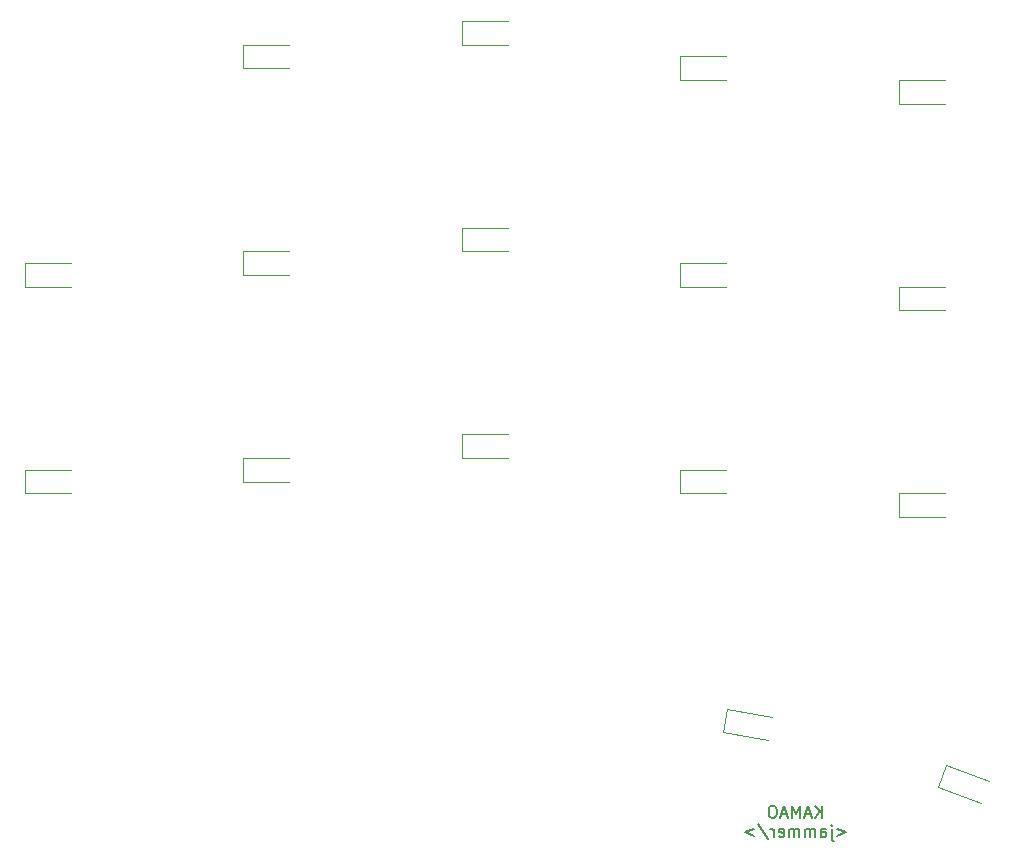
<source format=gbr>
%TF.GenerationSoftware,KiCad,Pcbnew,(6.0.7-1)-1*%
%TF.CreationDate,2022-10-31T22:34:26+08:00*%
%TF.ProjectId,kamao,6b616d61-6f2e-46b6-9963-61645f706362,rev?*%
%TF.SameCoordinates,Original*%
%TF.FileFunction,Legend,Bot*%
%TF.FilePolarity,Positive*%
%FSLAX46Y46*%
G04 Gerber Fmt 4.6, Leading zero omitted, Abs format (unit mm)*
G04 Created by KiCad (PCBNEW (6.0.7-1)-1) date 2022-10-31 22:34:26*
%MOMM*%
%LPD*%
G01*
G04 APERTURE LIST*
%ADD10C,0.150000*%
%ADD11C,0.120000*%
G04 APERTURE END LIST*
D10*
X63714285Y383552619D02*
X63714285Y384552619D01*
X63142857Y383552619D02*
X63571428Y384124047D01*
X63142857Y384552619D02*
X63714285Y383981190D01*
X62761904Y383838333D02*
X62285714Y383838333D01*
X62857142Y383552619D02*
X62523809Y384552619D01*
X62190476Y383552619D01*
X61857142Y383552619D02*
X61857142Y384552619D01*
X61523809Y383838333D01*
X61190476Y384552619D01*
X61190476Y383552619D01*
X60761904Y383838333D02*
X60285714Y383838333D01*
X60857142Y383552619D02*
X60523809Y384552619D01*
X60190476Y383552619D01*
X59666666Y384552619D02*
X59476190Y384552619D01*
X59380952Y384505000D01*
X59285714Y384409761D01*
X59238095Y384219285D01*
X59238095Y383885952D01*
X59285714Y383695476D01*
X59380952Y383600238D01*
X59476190Y383552619D01*
X59666666Y383552619D01*
X59761904Y383600238D01*
X59857142Y383695476D01*
X59904761Y383885952D01*
X59904761Y384219285D01*
X59857142Y384409761D01*
X59761904Y384505000D01*
X59666666Y384552619D01*
X65023809Y382609285D02*
X65785714Y382323571D01*
X65023809Y382037857D01*
X64547619Y382609285D02*
X64547619Y381752142D01*
X64595238Y381656904D01*
X64690476Y381609285D01*
X64738095Y381609285D01*
X64547619Y382942619D02*
X64595238Y382895000D01*
X64547619Y382847380D01*
X64500000Y382895000D01*
X64547619Y382942619D01*
X64547619Y382847380D01*
X63642857Y381942619D02*
X63642857Y382466428D01*
X63690476Y382561666D01*
X63785714Y382609285D01*
X63976190Y382609285D01*
X64071428Y382561666D01*
X63642857Y381990238D02*
X63738095Y381942619D01*
X63976190Y381942619D01*
X64071428Y381990238D01*
X64119047Y382085476D01*
X64119047Y382180714D01*
X64071428Y382275952D01*
X63976190Y382323571D01*
X63738095Y382323571D01*
X63642857Y382371190D01*
X63166666Y381942619D02*
X63166666Y382609285D01*
X63166666Y382514047D02*
X63119047Y382561666D01*
X63023809Y382609285D01*
X62880952Y382609285D01*
X62785714Y382561666D01*
X62738095Y382466428D01*
X62738095Y381942619D01*
X62738095Y382466428D02*
X62690476Y382561666D01*
X62595238Y382609285D01*
X62452380Y382609285D01*
X62357142Y382561666D01*
X62309523Y382466428D01*
X62309523Y381942619D01*
X61833333Y381942619D02*
X61833333Y382609285D01*
X61833333Y382514047D02*
X61785714Y382561666D01*
X61690476Y382609285D01*
X61547619Y382609285D01*
X61452380Y382561666D01*
X61404761Y382466428D01*
X61404761Y381942619D01*
X61404761Y382466428D02*
X61357142Y382561666D01*
X61261904Y382609285D01*
X61119047Y382609285D01*
X61023809Y382561666D01*
X60976190Y382466428D01*
X60976190Y381942619D01*
X60119047Y381990238D02*
X60214285Y381942619D01*
X60404761Y381942619D01*
X60500000Y381990238D01*
X60547619Y382085476D01*
X60547619Y382466428D01*
X60500000Y382561666D01*
X60404761Y382609285D01*
X60214285Y382609285D01*
X60119047Y382561666D01*
X60071428Y382466428D01*
X60071428Y382371190D01*
X60547619Y382275952D01*
X59642857Y381942619D02*
X59642857Y382609285D01*
X59642857Y382418809D02*
X59595238Y382514047D01*
X59547619Y382561666D01*
X59452380Y382609285D01*
X59357142Y382609285D01*
X58309523Y382990238D02*
X59166666Y381704523D01*
X57976190Y382609285D02*
X57214285Y382323571D01*
X57976190Y382037857D01*
D11*
%TO.C,K2*%
X-3750000Y430500000D02*
X-3750000Y428500000D01*
X-3750000Y430500000D02*
X150000Y430500000D01*
X-3750000Y428500000D02*
X150000Y428500000D01*
%TO.C,K8*%
X70250000Y411000000D02*
X74150000Y411000000D01*
X70250000Y411000000D02*
X70250000Y409000000D01*
X70250000Y409000000D02*
X74150000Y409000000D01*
%TO.C,K4*%
X14750000Y429500000D02*
X18650000Y429500000D01*
X14750000Y431500000D02*
X14750000Y429500000D01*
X14750000Y431500000D02*
X18650000Y431500000D01*
%TO.C,K6*%
X70250000Y428500000D02*
X74150000Y428500000D01*
X70250000Y428500000D02*
X70250000Y426500000D01*
X70250000Y426500000D02*
X74150000Y426500000D01*
%TO.C,K3*%
X-3750000Y413000000D02*
X150000Y413000000D01*
X-3750000Y413000000D02*
X-3750000Y411000000D01*
X-3750000Y411000000D02*
X150000Y411000000D01*
%TO.C,K12*%
X14750000Y412000000D02*
X18650000Y412000000D01*
X14750000Y414000000D02*
X18650000Y414000000D01*
X14750000Y414000000D02*
X14750000Y412000000D01*
%TO.C,K7*%
X73543671Y386129853D02*
X77208473Y384795974D01*
X74227712Y388009238D02*
X73543671Y386129853D01*
X74227712Y388009238D02*
X77892513Y386675359D01*
%TO.C,K15*%
X33250000Y414000000D02*
X37150000Y414000000D01*
X33250000Y416000000D02*
X37150000Y416000000D01*
X33250000Y416000000D02*
X33250000Y414000000D01*
%TO.C,K16*%
X51750000Y411000000D02*
X55650000Y411000000D01*
X51750000Y413000000D02*
X55650000Y413000000D01*
X51750000Y413000000D02*
X51750000Y411000000D01*
%TO.C,K9*%
X33250000Y451000000D02*
X37150000Y451000000D01*
X33250000Y449000000D02*
X37150000Y449000000D01*
X33250000Y451000000D02*
X33250000Y449000000D01*
%TO.C,K14*%
X51750000Y430500000D02*
X55650000Y430500000D01*
X51750000Y428500000D02*
X55650000Y428500000D01*
X51750000Y430500000D02*
X51750000Y428500000D01*
%TO.C,K11*%
X55676415Y392743881D02*
X59517165Y392066653D01*
X55676415Y392743881D02*
X55329118Y390774266D01*
X55329118Y390774266D02*
X59169869Y390097038D01*
%TO.C,K10*%
X33250000Y431500000D02*
X37150000Y431500000D01*
X33250000Y433500000D02*
X33250000Y431500000D01*
X33250000Y433500000D02*
X37150000Y433500000D01*
%TO.C,K5*%
X70250000Y446000000D02*
X74150000Y446000000D01*
X70250000Y444000000D02*
X74150000Y444000000D01*
X70250000Y446000000D02*
X70250000Y444000000D01*
%TO.C,K13*%
X51750000Y446000000D02*
X55650000Y446000000D01*
X51750000Y448000000D02*
X51750000Y446000000D01*
X51750000Y448000000D02*
X55650000Y448000000D01*
%TO.C,K1*%
X14750000Y447000000D02*
X18650000Y447000000D01*
X14750000Y449000000D02*
X18650000Y449000000D01*
X14750000Y449000000D02*
X14750000Y447000000D01*
%TD*%
M02*

</source>
